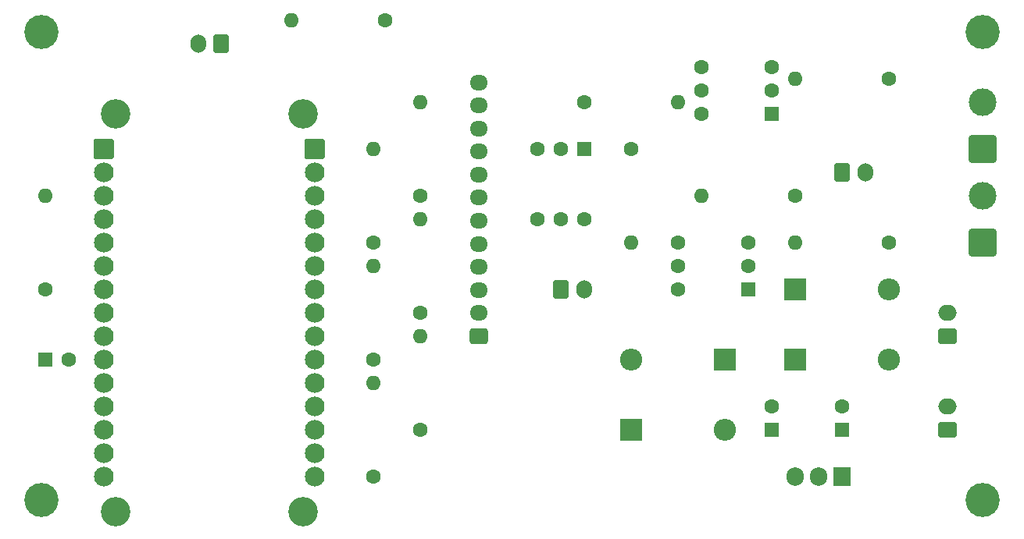
<source format=gbr>
%TF.GenerationSoftware,KiCad,Pcbnew,9.0.1*%
%TF.CreationDate,2025-04-03T23:22:05-05:00*%
%TF.ProjectId,sump-pump-mon,73756d70-2d70-4756-9d70-2d6d6f6e2e6b,rev?*%
%TF.SameCoordinates,Original*%
%TF.FileFunction,Soldermask,Top*%
%TF.FilePolarity,Negative*%
%FSLAX46Y46*%
G04 Gerber Fmt 4.6, Leading zero omitted, Abs format (unit mm)*
G04 Created by KiCad (PCBNEW 9.0.1) date 2025-04-03 23:22:05*
%MOMM*%
%LPD*%
G01*
G04 APERTURE LIST*
G04 Aperture macros list*
%AMRoundRect*
0 Rectangle with rounded corners*
0 $1 Rounding radius*
0 $2 $3 $4 $5 $6 $7 $8 $9 X,Y pos of 4 corners*
0 Add a 4 corners polygon primitive as box body*
4,1,4,$2,$3,$4,$5,$6,$7,$8,$9,$2,$3,0*
0 Add four circle primitives for the rounded corners*
1,1,$1+$1,$2,$3*
1,1,$1+$1,$4,$5*
1,1,$1+$1,$6,$7*
1,1,$1+$1,$8,$9*
0 Add four rect primitives between the rounded corners*
20,1,$1+$1,$2,$3,$4,$5,0*
20,1,$1+$1,$4,$5,$6,$7,0*
20,1,$1+$1,$6,$7,$8,$9,0*
20,1,$1+$1,$8,$9,$2,$3,0*%
G04 Aperture macros list end*
%ADD10C,3.000000*%
%ADD11RoundRect,0.288462X1.211538X-1.211538X1.211538X1.211538X-1.211538X1.211538X-1.211538X-1.211538X0*%
%ADD12C,1.600000*%
%ADD13O,1.600000X1.600000*%
%ADD14RoundRect,0.250000X0.600000X0.750000X-0.600000X0.750000X-0.600000X-0.750000X0.600000X-0.750000X0*%
%ADD15O,1.700000X2.000000*%
%ADD16RoundRect,0.250000X0.725000X-0.600000X0.725000X0.600000X-0.725000X0.600000X-0.725000X-0.600000X0*%
%ADD17O,1.950000X1.700000*%
%ADD18C,3.700000*%
%ADD19RoundRect,0.250000X0.750000X-0.600000X0.750000X0.600000X-0.750000X0.600000X-0.750000X-0.600000X0*%
%ADD20O,2.000000X1.700000*%
%ADD21RoundRect,0.250000X0.550000X0.550000X-0.550000X0.550000X-0.550000X-0.550000X0.550000X-0.550000X0*%
%ADD22RoundRect,0.250000X-0.550000X0.550000X-0.550000X-0.550000X0.550000X-0.550000X0.550000X0.550000X0*%
%ADD23R,1.600000X1.600000*%
%ADD24R,2.400000X2.400000*%
%ADD25O,2.400000X2.400000*%
%ADD26RoundRect,0.250000X-0.600000X-0.750000X0.600000X-0.750000X0.600000X0.750000X-0.600000X0.750000X0*%
%ADD27R,1.905000X2.000000*%
%ADD28O,1.905000X2.000000*%
%ADD29C,3.200000*%
%ADD30RoundRect,0.102000X-0.965000X-0.965000X0.965000X-0.965000X0.965000X0.965000X-0.965000X0.965000X0*%
%ADD31C,2.134000*%
G04 APERTURE END LIST*
D10*
%TO.C,J5*%
X218440000Y-40640000D03*
D11*
X218440000Y-45720000D03*
%TD*%
D10*
%TO.C,J1*%
X218440000Y-30480000D03*
D11*
X218440000Y-35560000D03*
%TD*%
D12*
%TO.C,R14*%
X116840000Y-50800000D03*
D13*
X116840000Y-40640000D03*
%TD*%
D12*
%TO.C,R13*%
X153670000Y-21590000D03*
D13*
X143510000Y-21590000D03*
%TD*%
D14*
%TO.C,J6*%
X135890000Y-24130000D03*
D15*
X133390000Y-24130000D03*
%TD*%
D16*
%TO.C,J4*%
X163830000Y-55880000D03*
D17*
X163830000Y-53380000D03*
X163830000Y-50880000D03*
X163830000Y-48380000D03*
X163830000Y-45880000D03*
X163830000Y-43380000D03*
X163830000Y-40880000D03*
X163830000Y-38380000D03*
X163830000Y-35880000D03*
X163830000Y-33380000D03*
X163830000Y-30880000D03*
X163830000Y-28380000D03*
%TD*%
D18*
%TO.C,H1*%
X218440000Y-22860000D03*
%TD*%
%TO.C,H2*%
X218440000Y-73660000D03*
%TD*%
%TO.C,H3*%
X116386985Y-22860000D03*
%TD*%
%TO.C,H4*%
X116386985Y-73660000D03*
%TD*%
D12*
%TO.C,R8*%
X157480000Y-53340000D03*
D13*
X157480000Y-43180000D03*
%TD*%
D19*
%TO.C,J3*%
X214630000Y-55880000D03*
D20*
X214630000Y-53380000D03*
%TD*%
D19*
%TO.C,J2*%
X214630000Y-66040000D03*
D20*
X214630000Y-63540000D03*
%TD*%
D12*
%TO.C,U3*%
X187960000Y-31750000D03*
X187960000Y-29210000D03*
X187960000Y-26670000D03*
X195580000Y-26670000D03*
X195580000Y-29210000D03*
D21*
X195580000Y-31750000D03*
%TD*%
D13*
%TO.C,R1*%
X198120000Y-27940000D03*
D12*
X208280000Y-27940000D03*
%TD*%
D22*
%TO.C,U2*%
X175260000Y-35560000D03*
D12*
X172720000Y-35560000D03*
X170180000Y-35560000D03*
X170180000Y-43180000D03*
X172720000Y-43180000D03*
X175260000Y-43180000D03*
%TD*%
D23*
%TO.C,C2*%
X195580000Y-66040000D03*
D12*
X195580000Y-63540000D03*
%TD*%
%TO.C,R2*%
X208280000Y-45720000D03*
D13*
X198120000Y-45720000D03*
%TD*%
D12*
%TO.C,R7*%
X180340000Y-35560000D03*
D13*
X180340000Y-45720000D03*
%TD*%
D21*
%TO.C,U4*%
X193040000Y-50800000D03*
D12*
X193040000Y-48260000D03*
X193040000Y-45720000D03*
X185420000Y-45720000D03*
X185420000Y-48260000D03*
X185420000Y-50800000D03*
%TD*%
D24*
%TO.C,D8*%
X190500000Y-58420000D03*
D25*
X180340000Y-58420000D03*
%TD*%
D23*
%TO.C,C1*%
X203200000Y-66040000D03*
D12*
X203200000Y-63540000D03*
%TD*%
%TO.C,R6*%
X175260000Y-30480000D03*
D13*
X185420000Y-30480000D03*
%TD*%
D26*
%TO.C,SW3*%
X172720000Y-50800000D03*
D15*
X175220000Y-50800000D03*
%TD*%
D12*
%TO.C,R4*%
X198120000Y-40640000D03*
D13*
X187960000Y-40640000D03*
%TD*%
D23*
%TO.C,C3*%
X116840000Y-58420000D03*
D12*
X119340000Y-58420000D03*
%TD*%
D26*
%TO.C,SW4*%
X203200000Y-38100000D03*
D15*
X205700000Y-38100000D03*
%TD*%
D27*
%TO.C,U1*%
X203200000Y-71120000D03*
D28*
X200660000Y-71120000D03*
X198120000Y-71120000D03*
%TD*%
D12*
%TO.C,R11*%
X152400000Y-58420000D03*
D13*
X152400000Y-48260000D03*
%TD*%
D24*
%TO.C,D7*%
X180340000Y-66040000D03*
D25*
X190500000Y-66040000D03*
%TD*%
D12*
%TO.C,R9*%
X157480000Y-40640000D03*
D13*
X157480000Y-30480000D03*
%TD*%
D12*
%TO.C,R5*%
X157480000Y-66040000D03*
D13*
X157480000Y-55880000D03*
%TD*%
D12*
%TO.C,R12*%
X152400000Y-71120000D03*
D13*
X152400000Y-60960000D03*
%TD*%
D24*
%TO.C,D6*%
X198120000Y-58420000D03*
D25*
X208280000Y-58420000D03*
%TD*%
D24*
%TO.C,D5*%
X198120000Y-50800000D03*
D25*
X208280000Y-50800000D03*
%TD*%
D29*
%TO.C,A1*%
X124460000Y-31750000D03*
X124460000Y-74930000D03*
X144780000Y-31750000D03*
X144780000Y-74930000D03*
D30*
X123190000Y-35560000D03*
D31*
X123190000Y-38100000D03*
X123190000Y-40640000D03*
X123190000Y-43180000D03*
X123190000Y-45720000D03*
X123190000Y-48260000D03*
X123190000Y-50800000D03*
X123190000Y-53340000D03*
X123190000Y-55880000D03*
X123190000Y-58420000D03*
X123190000Y-60960000D03*
X123190000Y-63500000D03*
X123190000Y-66040000D03*
X123190000Y-68580000D03*
X123190000Y-71120000D03*
D30*
X146050000Y-35560000D03*
D31*
X146050000Y-38100000D03*
X146050000Y-40640000D03*
X146050000Y-43180000D03*
X146050000Y-45720000D03*
X146050000Y-48260000D03*
X146050000Y-50800000D03*
X146050000Y-53340000D03*
X146050000Y-55880000D03*
X146050000Y-58420000D03*
X146050000Y-60960000D03*
X146050000Y-63500000D03*
X146050000Y-66040000D03*
X146050000Y-68580000D03*
X146050000Y-71120000D03*
%TD*%
D12*
%TO.C,R10*%
X152400000Y-45720000D03*
D13*
X152400000Y-35560000D03*
%TD*%
M02*

</source>
